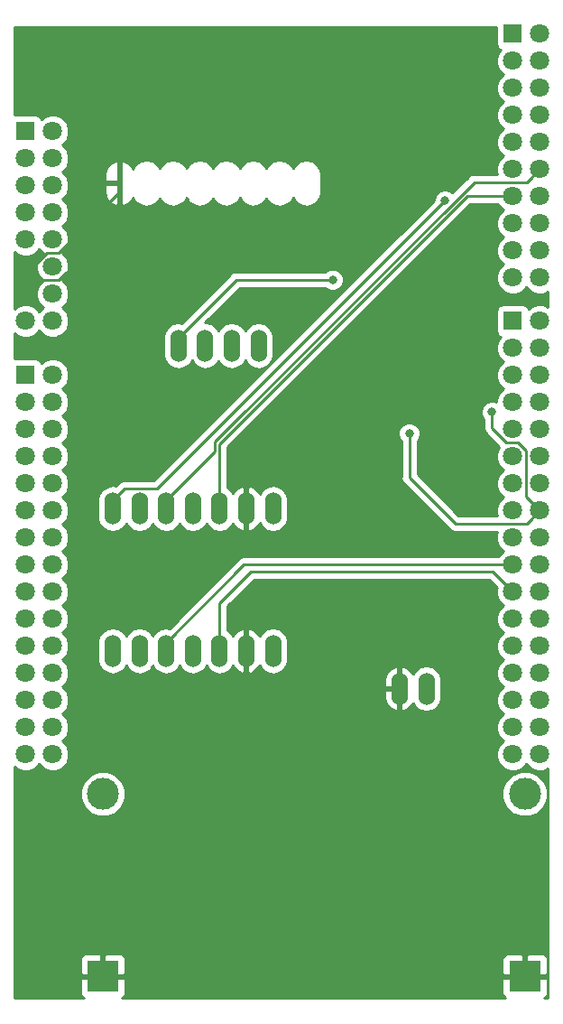
<source format=gbr>
G04 #@! TF.GenerationSoftware,KiCad,Pcbnew,(5.0.0-rc2-dev-406-g05dae9627)*
G04 #@! TF.CreationDate,2018-06-28T11:49:25+02:00*
G04 #@! TF.ProjectId,Nucleo-F746,4E75636C656F2D463734362E6B696361,rev?*
G04 #@! TF.SameCoordinates,Original*
G04 #@! TF.FileFunction,Copper,L2,Bot,Signal*
G04 #@! TF.FilePolarity,Positive*
%FSLAX46Y46*%
G04 Gerber Fmt 4.6, Leading zero omitted, Abs format (unit mm)*
G04 Created by KiCad (PCBNEW (5.0.0-rc2-dev-406-g05dae9627)) date 06/28/18 11:49:25*
%MOMM*%
%LPD*%
G01*
G04 APERTURE LIST*
%ADD10R,1.600000X1.600000*%
%ADD11O,1.600000X1.600000*%
%ADD12C,0.700000*%
%ADD13O,1.524000X3.048000*%
%ADD14R,3.000000X3.000000*%
%ADD15C,3.000000*%
%ADD16R,1.800000X1.800000*%
%ADD17C,1.800000*%
%ADD18C,0.800000*%
%ADD19C,0.250000*%
%ADD20C,0.254000*%
G04 APERTURE END LIST*
D10*
X135800000Y-67500000D03*
D11*
X118020000Y-80200000D03*
X133260000Y-67500000D03*
X120560000Y-80200000D03*
X130720000Y-67500000D03*
X123100000Y-80200000D03*
X128180000Y-67500000D03*
X125640000Y-80200000D03*
X125640000Y-67500000D03*
X128180000Y-80200000D03*
X123100000Y-67500000D03*
X130720000Y-80200000D03*
X120560000Y-67500000D03*
X133260000Y-80200000D03*
X118020000Y-67500000D03*
X135800000Y-80200000D03*
D12*
X119000000Y-64600000D03*
X130700000Y-60300000D03*
X126600000Y-60500000D03*
X118500000Y-60500000D03*
X111800000Y-60500000D03*
X115800000Y-93600000D03*
X117300000Y-109600000D03*
X143300000Y-107100000D03*
X136800000Y-101800000D03*
X139900000Y-101800000D03*
X149700000Y-122300000D03*
X146100000Y-130400000D03*
X137700000Y-119800000D03*
X118500000Y-121700000D03*
X129000000Y-121900000D03*
X134000000Y-125900000D03*
X122300000Y-125900000D03*
X119300000Y-134400000D03*
X126400000Y-134800000D03*
X132400000Y-135100000D03*
X141300000Y-145600000D03*
X136800000Y-145700000D03*
X131300000Y-145700000D03*
X127800000Y-145700000D03*
X114300000Y-86200000D03*
X146200000Y-61450000D03*
X144300000Y-66750000D03*
X125650000Y-80850000D03*
X138250000Y-94150000D03*
D13*
X131468400Y-103340000D03*
X126464600Y-103340000D03*
X123950000Y-103340000D03*
X121435400Y-103340000D03*
X128953800Y-103340000D03*
X118946200Y-103340000D03*
X116431600Y-103340000D03*
X122590800Y-88090000D03*
X125105400Y-88090000D03*
X127594600Y-88090000D03*
X130109200Y-88090000D03*
X116431600Y-116690000D03*
X118946200Y-116690000D03*
X128953800Y-116690000D03*
X121435400Y-116690000D03*
X123950000Y-116690000D03*
X126464600Y-116690000D03*
X131468400Y-116690000D03*
X143344600Y-120240000D03*
X145859200Y-120240000D03*
D14*
X115500000Y-147200000D03*
X155100000Y-147200000D03*
D15*
X115500000Y-130100000D03*
X155100000Y-130100000D03*
D16*
X108251100Y-67983600D03*
D17*
X108251100Y-70523600D03*
X108251100Y-73063600D03*
X108251100Y-75603600D03*
X108251100Y-78143600D03*
X108251100Y-80683600D03*
X108251100Y-83223600D03*
X108251100Y-85763600D03*
X110791100Y-67983600D03*
X110791100Y-70523600D03*
X110791100Y-73063600D03*
X110791100Y-75603600D03*
X110791100Y-78143600D03*
X110791100Y-80683600D03*
X110791100Y-83223600D03*
X110791100Y-85763600D03*
D16*
X108251100Y-90843600D03*
D17*
X108251100Y-93383600D03*
X108251100Y-95923600D03*
X108251100Y-98463600D03*
X108251100Y-101003600D03*
X108251100Y-103543600D03*
X108251100Y-106083600D03*
X108251100Y-108623600D03*
X108251100Y-111163600D03*
X108251100Y-113703600D03*
X108251100Y-116243600D03*
X108251100Y-118783600D03*
X108251100Y-121323600D03*
X108251100Y-123863600D03*
X108251100Y-126403600D03*
X110791100Y-90843600D03*
X110791100Y-93383600D03*
X110791100Y-95923600D03*
X110791100Y-98463600D03*
X110791100Y-101003600D03*
X110791100Y-103543600D03*
X110791100Y-106083600D03*
X110791100Y-108623600D03*
X110791100Y-111163600D03*
X110791100Y-113703600D03*
X110791100Y-116243600D03*
X110791100Y-118783600D03*
X110791100Y-121323600D03*
X110791100Y-123863600D03*
X110791100Y-126403600D03*
D16*
X153971100Y-85763600D03*
D17*
X153971100Y-88303600D03*
X153971100Y-90843600D03*
X153971100Y-93383600D03*
X153971100Y-95923600D03*
X153971100Y-98463600D03*
X153971100Y-101003600D03*
X153971100Y-103543600D03*
X153971100Y-106083600D03*
X153971100Y-108623600D03*
X153971100Y-111163600D03*
X153971100Y-113703600D03*
X153971100Y-116243600D03*
X153971100Y-118783600D03*
X153971100Y-121323600D03*
X153971100Y-123863600D03*
X153971100Y-126403600D03*
X156511100Y-85763600D03*
X156511100Y-88303600D03*
X156511100Y-90843600D03*
X156511100Y-93383600D03*
X156511100Y-95923600D03*
X156511100Y-98463600D03*
X156511100Y-101003600D03*
X156511100Y-103543600D03*
X156511100Y-106083600D03*
X156511100Y-108623600D03*
X156511100Y-111163600D03*
X156511100Y-113703600D03*
X156511100Y-116243600D03*
X156511100Y-118783600D03*
X156511100Y-121323600D03*
X156511100Y-123863600D03*
X156511100Y-126403600D03*
D16*
X153971100Y-58839600D03*
D17*
X153971100Y-61379600D03*
X153971100Y-63919600D03*
X153971100Y-66459600D03*
X153971100Y-68999600D03*
X153971100Y-71539600D03*
X153971100Y-74079600D03*
X153971100Y-76619600D03*
X153971100Y-79159600D03*
X153971100Y-81699600D03*
X156511100Y-58839600D03*
X156511100Y-61379600D03*
X156511100Y-63919600D03*
X156511100Y-66459600D03*
X156511100Y-68999600D03*
X156511100Y-71539600D03*
X156511100Y-74079600D03*
X156511100Y-76619600D03*
X156511100Y-79159600D03*
X156511100Y-81699600D03*
D12*
X148450000Y-85250000D03*
D18*
X152000000Y-94300000D03*
X144250000Y-96300000D03*
X147594135Y-74494135D03*
X137050000Y-81900000D03*
D19*
X153382916Y-97148601D02*
X152000000Y-95765685D01*
X154469103Y-97148601D02*
X153382916Y-97148601D01*
X156511100Y-103543600D02*
X155196101Y-102228601D01*
X155196101Y-102228601D02*
X155196101Y-97875599D01*
X155196101Y-97875599D02*
X154469103Y-97148601D01*
X152000000Y-94865685D02*
X152000000Y-94300000D01*
X152000000Y-95765685D02*
X152000000Y-94865685D01*
X144250000Y-100450000D02*
X148568601Y-104768601D01*
X148568601Y-104768601D02*
X155286099Y-104768601D01*
X155286099Y-104768601D02*
X155611101Y-104443599D01*
X155611101Y-104443599D02*
X156511100Y-103543600D01*
X144250000Y-96300000D02*
X144250000Y-100450000D01*
X108251100Y-83223600D02*
X109566099Y-81908601D01*
X109566099Y-81908601D02*
X111379101Y-81908601D01*
X111379101Y-81908601D02*
X117074000Y-76213702D01*
X108251100Y-80683600D02*
X108978098Y-80683600D01*
X108978098Y-80683600D02*
X110293097Y-79368601D01*
X110293097Y-79368601D02*
X111317399Y-79368601D01*
X117074000Y-76213702D02*
X117074000Y-74624000D01*
X111317399Y-79368601D02*
X117074000Y-73612000D01*
X117074000Y-73612000D02*
X117074000Y-72850000D01*
X117074000Y-74624000D02*
X117074000Y-72850000D01*
X126464600Y-97285400D02*
X149670400Y-74079600D01*
X149670400Y-74079600D02*
X153971100Y-74079600D01*
X126464600Y-103340000D02*
X126464600Y-97285400D01*
X121435400Y-102578000D02*
X126014589Y-97998811D01*
X155286099Y-72764601D02*
X155611101Y-72439599D01*
X121435400Y-103340000D02*
X121435400Y-102578000D01*
X126014589Y-97099000D02*
X150348988Y-72764601D01*
X150348988Y-72764601D02*
X155286099Y-72764601D01*
X126014589Y-97998811D02*
X126014589Y-97099000D01*
X155611101Y-72439599D02*
X156511100Y-71539600D01*
X116431600Y-103340000D02*
X116431600Y-102578000D01*
X116431600Y-102578000D02*
X117518610Y-101490990D01*
X147194136Y-74894134D02*
X147594135Y-74494135D01*
X120597280Y-101490990D02*
X147194136Y-74894134D01*
X117518610Y-101490990D02*
X120597280Y-101490990D01*
X137050000Y-81900000D02*
X128018800Y-81900000D01*
X128018800Y-81900000D02*
X122590800Y-87328000D01*
X122590800Y-87328000D02*
X122590800Y-88090000D01*
X153971100Y-108623600D02*
X128739800Y-108623600D01*
X128739800Y-108623600D02*
X121435400Y-115928000D01*
X121435400Y-115928000D02*
X121435400Y-116690000D01*
X152057500Y-109250000D02*
X129400000Y-109250000D01*
X153971100Y-111163600D02*
X152057500Y-109250000D01*
X129400000Y-109250000D02*
X126464600Y-112185400D01*
X126464600Y-112185400D02*
X126464600Y-116690000D01*
D20*
G36*
X152423660Y-59739600D02*
X152472943Y-59987365D01*
X152613291Y-60197409D01*
X152823335Y-60337757D01*
X152839008Y-60340875D01*
X152669790Y-60510093D01*
X152436100Y-61074270D01*
X152436100Y-61684930D01*
X152669790Y-62249107D01*
X153070283Y-62649600D01*
X152669790Y-63050093D01*
X152436100Y-63614270D01*
X152436100Y-64224930D01*
X152669790Y-64789107D01*
X153070283Y-65189600D01*
X152669790Y-65590093D01*
X152436100Y-66154270D01*
X152436100Y-66764930D01*
X152669790Y-67329107D01*
X153070283Y-67729600D01*
X152669790Y-68130093D01*
X152436100Y-68694270D01*
X152436100Y-69304930D01*
X152669790Y-69869107D01*
X153070283Y-70269600D01*
X152669790Y-70670093D01*
X152436100Y-71234270D01*
X152436100Y-71844930D01*
X152502238Y-72004601D01*
X150423834Y-72004601D01*
X150348987Y-71989713D01*
X150274140Y-72004601D01*
X150274136Y-72004601D01*
X150052451Y-72048697D01*
X149801059Y-72216672D01*
X149758659Y-72280128D01*
X148301249Y-73737538D01*
X148180415Y-73616704D01*
X147800009Y-73459135D01*
X147388261Y-73459135D01*
X147007855Y-73616704D01*
X146716704Y-73907855D01*
X146559135Y-74288261D01*
X146559135Y-74454332D01*
X120282479Y-100730990D01*
X117593456Y-100730990D01*
X117518609Y-100716102D01*
X117443762Y-100730990D01*
X117443758Y-100730990D01*
X117222073Y-100775086D01*
X116970681Y-100943061D01*
X116928281Y-101006517D01*
X116723169Y-101211629D01*
X116431600Y-101153632D01*
X115886518Y-101262056D01*
X115424420Y-101570821D01*
X115115656Y-102032919D01*
X115034600Y-102440413D01*
X115034600Y-104239588D01*
X115115657Y-104647082D01*
X115424421Y-105109180D01*
X115886519Y-105417944D01*
X116431600Y-105526368D01*
X116976682Y-105417944D01*
X117438780Y-105109180D01*
X117688901Y-104734848D01*
X117939021Y-105109180D01*
X118401119Y-105417944D01*
X118946200Y-105526368D01*
X119491282Y-105417944D01*
X119953380Y-105109180D01*
X120190801Y-104753855D01*
X120428221Y-105109180D01*
X120890319Y-105417944D01*
X121435400Y-105526368D01*
X121980482Y-105417944D01*
X122442580Y-105109180D01*
X122692701Y-104734848D01*
X122942821Y-105109180D01*
X123404919Y-105417944D01*
X123950000Y-105526368D01*
X124495082Y-105417944D01*
X124957180Y-105109180D01*
X125207301Y-104734848D01*
X125457421Y-105109180D01*
X125919519Y-105417944D01*
X126464600Y-105526368D01*
X127009682Y-105417944D01*
X127471780Y-105109180D01*
X127710945Y-104751244D01*
X127711741Y-104753941D01*
X128055774Y-105179630D01*
X128536523Y-105441260D01*
X128610730Y-105456220D01*
X128826800Y-105333720D01*
X128826800Y-103467000D01*
X128806800Y-103467000D01*
X128806800Y-103213000D01*
X128826800Y-103213000D01*
X128826800Y-101346280D01*
X129080800Y-101346280D01*
X129080800Y-103213000D01*
X129100800Y-103213000D01*
X129100800Y-103467000D01*
X129080800Y-103467000D01*
X129080800Y-105333720D01*
X129296870Y-105456220D01*
X129371077Y-105441260D01*
X129851826Y-105179630D01*
X130195859Y-104753941D01*
X130204438Y-104724877D01*
X130461221Y-105109180D01*
X130923319Y-105417944D01*
X131468400Y-105526368D01*
X132013482Y-105417944D01*
X132475580Y-105109180D01*
X132784344Y-104647082D01*
X132865400Y-104239588D01*
X132865400Y-102440412D01*
X132784344Y-102032918D01*
X132475579Y-101570820D01*
X132013481Y-101262056D01*
X131468400Y-101153632D01*
X130923318Y-101262056D01*
X130461220Y-101570821D01*
X130204438Y-101955123D01*
X130195859Y-101926059D01*
X129851826Y-101500370D01*
X129371077Y-101238740D01*
X129296870Y-101223780D01*
X129080800Y-101346280D01*
X128826800Y-101346280D01*
X128610730Y-101223780D01*
X128536523Y-101238740D01*
X128055774Y-101500370D01*
X127711741Y-101926059D01*
X127710945Y-101928756D01*
X127471779Y-101570820D01*
X127224600Y-101405660D01*
X127224600Y-97600201D01*
X149985202Y-74839600D01*
X152624431Y-74839600D01*
X152669790Y-74949107D01*
X153070283Y-75349600D01*
X152669790Y-75750093D01*
X152436100Y-76314270D01*
X152436100Y-76924930D01*
X152669790Y-77489107D01*
X153070283Y-77889600D01*
X152669790Y-78290093D01*
X152436100Y-78854270D01*
X152436100Y-79464930D01*
X152669790Y-80029107D01*
X153070283Y-80429600D01*
X152669790Y-80830093D01*
X152436100Y-81394270D01*
X152436100Y-82004930D01*
X152669790Y-82569107D01*
X153101593Y-83000910D01*
X153665770Y-83234600D01*
X154276430Y-83234600D01*
X154840607Y-83000910D01*
X155241100Y-82600417D01*
X155641593Y-83000910D01*
X156205770Y-83234600D01*
X156816430Y-83234600D01*
X157265001Y-83048796D01*
X157265001Y-84414404D01*
X156816430Y-84228600D01*
X156205770Y-84228600D01*
X155641593Y-84462290D01*
X155472375Y-84631508D01*
X155469257Y-84615835D01*
X155328909Y-84405791D01*
X155118865Y-84265443D01*
X154871100Y-84216160D01*
X153071100Y-84216160D01*
X152823335Y-84265443D01*
X152613291Y-84405791D01*
X152472943Y-84615835D01*
X152423660Y-84863600D01*
X152423660Y-86663600D01*
X152472943Y-86911365D01*
X152613291Y-87121409D01*
X152823335Y-87261757D01*
X152839008Y-87264875D01*
X152669790Y-87434093D01*
X152436100Y-87998270D01*
X152436100Y-88608930D01*
X152669790Y-89173107D01*
X153070283Y-89573600D01*
X152669790Y-89974093D01*
X152436100Y-90538270D01*
X152436100Y-91148930D01*
X152669790Y-91713107D01*
X153070283Y-92113600D01*
X152669790Y-92514093D01*
X152436100Y-93078270D01*
X152436100Y-93360363D01*
X152205874Y-93265000D01*
X151794126Y-93265000D01*
X151413720Y-93422569D01*
X151122569Y-93713720D01*
X150965000Y-94094126D01*
X150965000Y-94505874D01*
X151122569Y-94886280D01*
X151240001Y-95003712D01*
X151240000Y-95690837D01*
X151225112Y-95765685D01*
X151240000Y-95840532D01*
X151240000Y-95840536D01*
X151284096Y-96062221D01*
X151452071Y-96313614D01*
X151515530Y-96356016D01*
X152711698Y-97552185D01*
X152669790Y-97594093D01*
X152436100Y-98158270D01*
X152436100Y-98768930D01*
X152669790Y-99333107D01*
X153070283Y-99733600D01*
X152669790Y-100134093D01*
X152436100Y-100698270D01*
X152436100Y-101308930D01*
X152669790Y-101873107D01*
X153070283Y-102273600D01*
X152669790Y-102674093D01*
X152436100Y-103238270D01*
X152436100Y-103848930D01*
X152502238Y-104008601D01*
X148883403Y-104008601D01*
X145010000Y-100135199D01*
X145010000Y-97003711D01*
X145127431Y-96886280D01*
X145285000Y-96505874D01*
X145285000Y-96094126D01*
X145127431Y-95713720D01*
X144836280Y-95422569D01*
X144455874Y-95265000D01*
X144044126Y-95265000D01*
X143663720Y-95422569D01*
X143372569Y-95713720D01*
X143215000Y-96094126D01*
X143215000Y-96505874D01*
X143372569Y-96886280D01*
X143490000Y-97003711D01*
X143490001Y-100375148D01*
X143475112Y-100450000D01*
X143534097Y-100746537D01*
X143637080Y-100900661D01*
X143702072Y-100997929D01*
X143765528Y-101040329D01*
X147978272Y-105253074D01*
X148020672Y-105316530D01*
X148272064Y-105484505D01*
X148493749Y-105528601D01*
X148493753Y-105528601D01*
X148568600Y-105543489D01*
X148643447Y-105528601D01*
X152539516Y-105528601D01*
X152436100Y-105778270D01*
X152436100Y-106388930D01*
X152669790Y-106953107D01*
X153070283Y-107353600D01*
X152669790Y-107754093D01*
X152624431Y-107863600D01*
X128814648Y-107863600D01*
X128739800Y-107848712D01*
X128664952Y-107863600D01*
X128664948Y-107863600D01*
X128443263Y-107907696D01*
X128191871Y-108075671D01*
X128149471Y-108139127D01*
X121726970Y-114561629D01*
X121435400Y-114503632D01*
X120890318Y-114612056D01*
X120428220Y-114920821D01*
X120190800Y-115276145D01*
X119953379Y-114920820D01*
X119491281Y-114612056D01*
X118946200Y-114503632D01*
X118401118Y-114612056D01*
X117939020Y-114920821D01*
X117688900Y-115295152D01*
X117438779Y-114920820D01*
X116976681Y-114612056D01*
X116431600Y-114503632D01*
X115886518Y-114612056D01*
X115424420Y-114920821D01*
X115115656Y-115382919D01*
X115034600Y-115790413D01*
X115034600Y-117589588D01*
X115115657Y-117997082D01*
X115424421Y-118459180D01*
X115886519Y-118767944D01*
X116431600Y-118876368D01*
X116976682Y-118767944D01*
X117438780Y-118459180D01*
X117688900Y-118084848D01*
X117939021Y-118459180D01*
X118401119Y-118767944D01*
X118946200Y-118876368D01*
X119491282Y-118767944D01*
X119953380Y-118459180D01*
X120190800Y-118103855D01*
X120428221Y-118459180D01*
X120890319Y-118767944D01*
X121435400Y-118876368D01*
X121980482Y-118767944D01*
X122442580Y-118459180D01*
X122692700Y-118084848D01*
X122942821Y-118459180D01*
X123404919Y-118767944D01*
X123950000Y-118876368D01*
X124495082Y-118767944D01*
X124957180Y-118459180D01*
X125207300Y-118084848D01*
X125457421Y-118459180D01*
X125919519Y-118767944D01*
X126464600Y-118876368D01*
X127009682Y-118767944D01*
X127471780Y-118459180D01*
X127710945Y-118101244D01*
X127711741Y-118103941D01*
X128055774Y-118529630D01*
X128536523Y-118791260D01*
X128610730Y-118806220D01*
X128826800Y-118683720D01*
X128826800Y-116817000D01*
X128806800Y-116817000D01*
X128806800Y-116563000D01*
X128826800Y-116563000D01*
X128826800Y-114696280D01*
X129080800Y-114696280D01*
X129080800Y-116563000D01*
X129100800Y-116563000D01*
X129100800Y-116817000D01*
X129080800Y-116817000D01*
X129080800Y-118683720D01*
X129296870Y-118806220D01*
X129371077Y-118791260D01*
X129851826Y-118529630D01*
X130195859Y-118103941D01*
X130204438Y-118074877D01*
X130461221Y-118459180D01*
X130923319Y-118767944D01*
X131468400Y-118876368D01*
X132013482Y-118767944D01*
X132475580Y-118459180D01*
X132784344Y-117997082D01*
X132865400Y-117589588D01*
X132865400Y-115790412D01*
X132784344Y-115382918D01*
X132475579Y-114920820D01*
X132013481Y-114612056D01*
X131468400Y-114503632D01*
X130923318Y-114612056D01*
X130461220Y-114920821D01*
X130204438Y-115305123D01*
X130195859Y-115276059D01*
X129851826Y-114850370D01*
X129371077Y-114588740D01*
X129296870Y-114573780D01*
X129080800Y-114696280D01*
X128826800Y-114696280D01*
X128610730Y-114573780D01*
X128536523Y-114588740D01*
X128055774Y-114850370D01*
X127711741Y-115276059D01*
X127710945Y-115278756D01*
X127471779Y-114920820D01*
X127224600Y-114755660D01*
X127224600Y-112500201D01*
X129714803Y-110010000D01*
X151742699Y-110010000D01*
X152481460Y-110748761D01*
X152436100Y-110858270D01*
X152436100Y-111468930D01*
X152669790Y-112033107D01*
X153070283Y-112433600D01*
X152669790Y-112834093D01*
X152436100Y-113398270D01*
X152436100Y-114008930D01*
X152669790Y-114573107D01*
X153070283Y-114973600D01*
X152669790Y-115374093D01*
X152436100Y-115938270D01*
X152436100Y-116548930D01*
X152669790Y-117113107D01*
X153070283Y-117513600D01*
X152669790Y-117914093D01*
X152436100Y-118478270D01*
X152436100Y-119088930D01*
X152669790Y-119653107D01*
X153070283Y-120053600D01*
X152669790Y-120454093D01*
X152436100Y-121018270D01*
X152436100Y-121628930D01*
X152669790Y-122193107D01*
X153070283Y-122593600D01*
X152669790Y-122994093D01*
X152436100Y-123558270D01*
X152436100Y-124168930D01*
X152669790Y-124733107D01*
X153070283Y-125133600D01*
X152669790Y-125534093D01*
X152436100Y-126098270D01*
X152436100Y-126708930D01*
X152669790Y-127273107D01*
X153101593Y-127704910D01*
X153665770Y-127938600D01*
X154276430Y-127938600D01*
X154840607Y-127704910D01*
X155241100Y-127304417D01*
X155641593Y-127704910D01*
X156205770Y-127938600D01*
X156816430Y-127938600D01*
X157265000Y-127752796D01*
X157265000Y-149265000D01*
X156895304Y-149265000D01*
X156959698Y-149238327D01*
X157138327Y-149059699D01*
X157235000Y-148826310D01*
X157235000Y-147485750D01*
X157076250Y-147327000D01*
X155227000Y-147327000D01*
X155227000Y-147347000D01*
X154973000Y-147347000D01*
X154973000Y-147327000D01*
X153123750Y-147327000D01*
X152965000Y-147485750D01*
X152965000Y-148826310D01*
X153061673Y-149059699D01*
X153240302Y-149238327D01*
X153304696Y-149265000D01*
X117295304Y-149265000D01*
X117359698Y-149238327D01*
X117538327Y-149059699D01*
X117635000Y-148826310D01*
X117635000Y-147485750D01*
X117476250Y-147327000D01*
X115627000Y-147327000D01*
X115627000Y-147347000D01*
X115373000Y-147347000D01*
X115373000Y-147327000D01*
X113523750Y-147327000D01*
X113365000Y-147485750D01*
X113365000Y-148826310D01*
X113461673Y-149059699D01*
X113640302Y-149238327D01*
X113704696Y-149265000D01*
X107235000Y-149265000D01*
X107235000Y-145573690D01*
X113365000Y-145573690D01*
X113365000Y-146914250D01*
X113523750Y-147073000D01*
X115373000Y-147073000D01*
X115373000Y-145223750D01*
X115627000Y-145223750D01*
X115627000Y-147073000D01*
X117476250Y-147073000D01*
X117635000Y-146914250D01*
X117635000Y-145573690D01*
X152965000Y-145573690D01*
X152965000Y-146914250D01*
X153123750Y-147073000D01*
X154973000Y-147073000D01*
X154973000Y-145223750D01*
X155227000Y-145223750D01*
X155227000Y-147073000D01*
X157076250Y-147073000D01*
X157235000Y-146914250D01*
X157235000Y-145573690D01*
X157138327Y-145340301D01*
X156959698Y-145161673D01*
X156726309Y-145065000D01*
X155385750Y-145065000D01*
X155227000Y-145223750D01*
X154973000Y-145223750D01*
X154814250Y-145065000D01*
X153473691Y-145065000D01*
X153240302Y-145161673D01*
X153061673Y-145340301D01*
X152965000Y-145573690D01*
X117635000Y-145573690D01*
X117538327Y-145340301D01*
X117359698Y-145161673D01*
X117126309Y-145065000D01*
X115785750Y-145065000D01*
X115627000Y-145223750D01*
X115373000Y-145223750D01*
X115214250Y-145065000D01*
X113873691Y-145065000D01*
X113640302Y-145161673D01*
X113461673Y-145340301D01*
X113365000Y-145573690D01*
X107235000Y-145573690D01*
X107235000Y-129675322D01*
X113365000Y-129675322D01*
X113365000Y-130524678D01*
X113690034Y-131309380D01*
X114290620Y-131909966D01*
X115075322Y-132235000D01*
X115924678Y-132235000D01*
X116709380Y-131909966D01*
X117309966Y-131309380D01*
X117635000Y-130524678D01*
X117635000Y-129675322D01*
X152965000Y-129675322D01*
X152965000Y-130524678D01*
X153290034Y-131309380D01*
X153890620Y-131909966D01*
X154675322Y-132235000D01*
X155524678Y-132235000D01*
X156309380Y-131909966D01*
X156909966Y-131309380D01*
X157235000Y-130524678D01*
X157235000Y-129675322D01*
X156909966Y-128890620D01*
X156309380Y-128290034D01*
X155524678Y-127965000D01*
X154675322Y-127965000D01*
X153890620Y-128290034D01*
X153290034Y-128890620D01*
X152965000Y-129675322D01*
X117635000Y-129675322D01*
X117309966Y-128890620D01*
X116709380Y-128290034D01*
X115924678Y-127965000D01*
X115075322Y-127965000D01*
X114290620Y-128290034D01*
X113690034Y-128890620D01*
X113365000Y-129675322D01*
X107235000Y-129675322D01*
X107235000Y-127558317D01*
X107381593Y-127704910D01*
X107945770Y-127938600D01*
X108556430Y-127938600D01*
X109120607Y-127704910D01*
X109521100Y-127304417D01*
X109921593Y-127704910D01*
X110485770Y-127938600D01*
X111096430Y-127938600D01*
X111660607Y-127704910D01*
X112092410Y-127273107D01*
X112326100Y-126708930D01*
X112326100Y-126098270D01*
X112092410Y-125534093D01*
X111691917Y-125133600D01*
X112092410Y-124733107D01*
X112326100Y-124168930D01*
X112326100Y-123558270D01*
X112092410Y-122994093D01*
X111691917Y-122593600D01*
X112092410Y-122193107D01*
X112326100Y-121628930D01*
X112326100Y-121018270D01*
X112092410Y-120454093D01*
X112005317Y-120367000D01*
X141947600Y-120367000D01*
X141947600Y-121129000D01*
X142102541Y-121653941D01*
X142446574Y-122079630D01*
X142927323Y-122341260D01*
X143001530Y-122356220D01*
X143217600Y-122233720D01*
X143217600Y-120367000D01*
X141947600Y-120367000D01*
X112005317Y-120367000D01*
X111691917Y-120053600D01*
X112092410Y-119653107D01*
X112217546Y-119351000D01*
X141947600Y-119351000D01*
X141947600Y-120113000D01*
X143217600Y-120113000D01*
X143217600Y-118246280D01*
X143471600Y-118246280D01*
X143471600Y-120113000D01*
X143491600Y-120113000D01*
X143491600Y-120367000D01*
X143471600Y-120367000D01*
X143471600Y-122233720D01*
X143687670Y-122356220D01*
X143761877Y-122341260D01*
X144242626Y-122079630D01*
X144586659Y-121653941D01*
X144595238Y-121624877D01*
X144852021Y-122009180D01*
X145314119Y-122317944D01*
X145859200Y-122426368D01*
X146404282Y-122317944D01*
X146866380Y-122009180D01*
X147175144Y-121547082D01*
X147256200Y-121139588D01*
X147256200Y-119340412D01*
X147175144Y-118932918D01*
X146866379Y-118470820D01*
X146404281Y-118162056D01*
X145859200Y-118053632D01*
X145314118Y-118162056D01*
X144852020Y-118470821D01*
X144595238Y-118855123D01*
X144586659Y-118826059D01*
X144242626Y-118400370D01*
X143761877Y-118138740D01*
X143687670Y-118123780D01*
X143471600Y-118246280D01*
X143217600Y-118246280D01*
X143001530Y-118123780D01*
X142927323Y-118138740D01*
X142446574Y-118400370D01*
X142102541Y-118826059D01*
X141947600Y-119351000D01*
X112217546Y-119351000D01*
X112326100Y-119088930D01*
X112326100Y-118478270D01*
X112092410Y-117914093D01*
X111691917Y-117513600D01*
X112092410Y-117113107D01*
X112326100Y-116548930D01*
X112326100Y-115938270D01*
X112092410Y-115374093D01*
X111691917Y-114973600D01*
X112092410Y-114573107D01*
X112326100Y-114008930D01*
X112326100Y-113398270D01*
X112092410Y-112834093D01*
X111691917Y-112433600D01*
X112092410Y-112033107D01*
X112326100Y-111468930D01*
X112326100Y-110858270D01*
X112092410Y-110294093D01*
X111691917Y-109893600D01*
X112092410Y-109493107D01*
X112326100Y-108928930D01*
X112326100Y-108318270D01*
X112092410Y-107754093D01*
X111691917Y-107353600D01*
X112092410Y-106953107D01*
X112326100Y-106388930D01*
X112326100Y-105778270D01*
X112092410Y-105214093D01*
X111691917Y-104813600D01*
X112092410Y-104413107D01*
X112326100Y-103848930D01*
X112326100Y-103238270D01*
X112092410Y-102674093D01*
X111691917Y-102273600D01*
X112092410Y-101873107D01*
X112326100Y-101308930D01*
X112326100Y-100698270D01*
X112092410Y-100134093D01*
X111691917Y-99733600D01*
X112092410Y-99333107D01*
X112326100Y-98768930D01*
X112326100Y-98158270D01*
X112092410Y-97594093D01*
X111691917Y-97193600D01*
X112092410Y-96793107D01*
X112326100Y-96228930D01*
X112326100Y-95618270D01*
X112092410Y-95054093D01*
X111691917Y-94653600D01*
X112092410Y-94253107D01*
X112326100Y-93688930D01*
X112326100Y-93078270D01*
X112092410Y-92514093D01*
X111691917Y-92113600D01*
X112092410Y-91713107D01*
X112326100Y-91148930D01*
X112326100Y-90538270D01*
X112092410Y-89974093D01*
X111660607Y-89542290D01*
X111096430Y-89308600D01*
X110485770Y-89308600D01*
X109921593Y-89542290D01*
X109752375Y-89711508D01*
X109749257Y-89695835D01*
X109608909Y-89485791D01*
X109398865Y-89345443D01*
X109151100Y-89296160D01*
X107351100Y-89296160D01*
X107235000Y-89319253D01*
X107235000Y-86918317D01*
X107381593Y-87064910D01*
X107945770Y-87298600D01*
X108556430Y-87298600D01*
X109120607Y-87064910D01*
X109521100Y-86664417D01*
X109921593Y-87064910D01*
X110485770Y-87298600D01*
X111096430Y-87298600D01*
X111357616Y-87190413D01*
X121193800Y-87190413D01*
X121193800Y-88989588D01*
X121274857Y-89397082D01*
X121583621Y-89859180D01*
X122045719Y-90167944D01*
X122590800Y-90276368D01*
X123135882Y-90167944D01*
X123597980Y-89859180D01*
X123848100Y-89484848D01*
X124098221Y-89859180D01*
X124560319Y-90167944D01*
X125105400Y-90276368D01*
X125650482Y-90167944D01*
X126112580Y-89859180D01*
X126350001Y-89503855D01*
X126587421Y-89859180D01*
X127049519Y-90167944D01*
X127594600Y-90276368D01*
X128139682Y-90167944D01*
X128601780Y-89859180D01*
X128851901Y-89484848D01*
X129102021Y-89859180D01*
X129564119Y-90167944D01*
X130109200Y-90276368D01*
X130654282Y-90167944D01*
X131116380Y-89859180D01*
X131425144Y-89397082D01*
X131506200Y-88989588D01*
X131506200Y-87190412D01*
X131425144Y-86782918D01*
X131116379Y-86320820D01*
X130654281Y-86012056D01*
X130109200Y-85903632D01*
X129564118Y-86012056D01*
X129102020Y-86320821D01*
X128851900Y-86695152D01*
X128601779Y-86320820D01*
X128139681Y-86012056D01*
X127594600Y-85903632D01*
X127049518Y-86012056D01*
X126587420Y-86320821D01*
X126350000Y-86676145D01*
X126112579Y-86320820D01*
X125650481Y-86012056D01*
X125105400Y-85903632D01*
X125086138Y-85907463D01*
X128333602Y-82660000D01*
X136346289Y-82660000D01*
X136463720Y-82777431D01*
X136844126Y-82935000D01*
X137255874Y-82935000D01*
X137636280Y-82777431D01*
X137927431Y-82486280D01*
X138085000Y-82105874D01*
X138085000Y-81694126D01*
X137927431Y-81313720D01*
X137636280Y-81022569D01*
X137255874Y-80865000D01*
X136844126Y-80865000D01*
X136463720Y-81022569D01*
X136346289Y-81140000D01*
X128093646Y-81140000D01*
X128018799Y-81125112D01*
X127943952Y-81140000D01*
X127943948Y-81140000D01*
X127722263Y-81184096D01*
X127470871Y-81352071D01*
X127428471Y-81415527D01*
X122882370Y-85961629D01*
X122590800Y-85903632D01*
X122045718Y-86012056D01*
X121583620Y-86320821D01*
X121274856Y-86782919D01*
X121193800Y-87190413D01*
X111357616Y-87190413D01*
X111660607Y-87064910D01*
X112092410Y-86633107D01*
X112326100Y-86068930D01*
X112326100Y-85458270D01*
X112092410Y-84894093D01*
X111691917Y-84493600D01*
X112092410Y-84093107D01*
X112326100Y-83528930D01*
X112326100Y-82918270D01*
X112092410Y-82354093D01*
X111691917Y-81953600D01*
X112092410Y-81553107D01*
X112326100Y-80988930D01*
X112326100Y-80378270D01*
X112092410Y-79814093D01*
X111691917Y-79413600D01*
X112092410Y-79013107D01*
X112326100Y-78448930D01*
X112326100Y-77838270D01*
X112092410Y-77274093D01*
X111691917Y-76873600D01*
X112092410Y-76473107D01*
X112326100Y-75908930D01*
X112326100Y-75298270D01*
X112092410Y-74734093D01*
X111691917Y-74333600D01*
X112092410Y-73933107D01*
X112326100Y-73368930D01*
X112326100Y-72977000D01*
X115677000Y-72977000D01*
X115677000Y-73739000D01*
X115831941Y-74263941D01*
X116175974Y-74689630D01*
X116656723Y-74951260D01*
X116730930Y-74966220D01*
X116947000Y-74843720D01*
X116947000Y-72977000D01*
X115677000Y-72977000D01*
X112326100Y-72977000D01*
X112326100Y-72758270D01*
X112092410Y-72194093D01*
X111859317Y-71961000D01*
X115677000Y-71961000D01*
X115677000Y-72723000D01*
X116947000Y-72723000D01*
X116947000Y-70856280D01*
X117201000Y-70856280D01*
X117201000Y-72723000D01*
X117221000Y-72723000D01*
X117221000Y-72977000D01*
X117201000Y-72977000D01*
X117201000Y-74843720D01*
X117417070Y-74966220D01*
X117491277Y-74951260D01*
X117972026Y-74689630D01*
X118316059Y-74263941D01*
X118324638Y-74234877D01*
X118581421Y-74619180D01*
X119043519Y-74927944D01*
X119588600Y-75036368D01*
X120133682Y-74927944D01*
X120595780Y-74619180D01*
X120833201Y-74263855D01*
X121070621Y-74619180D01*
X121532719Y-74927944D01*
X122077800Y-75036368D01*
X122622882Y-74927944D01*
X123084980Y-74619180D01*
X123335101Y-74244848D01*
X123585221Y-74619180D01*
X124047319Y-74927944D01*
X124592400Y-75036368D01*
X125137482Y-74927944D01*
X125599580Y-74619180D01*
X125837001Y-74263855D01*
X126074421Y-74619180D01*
X126536519Y-74927944D01*
X127081600Y-75036368D01*
X127626682Y-74927944D01*
X128088780Y-74619180D01*
X128338901Y-74244848D01*
X128589021Y-74619180D01*
X129051119Y-74927944D01*
X129596200Y-75036368D01*
X130141282Y-74927944D01*
X130603380Y-74619180D01*
X130840801Y-74263855D01*
X131078221Y-74619180D01*
X131540319Y-74927944D01*
X132085400Y-75036368D01*
X132630482Y-74927944D01*
X133092580Y-74619180D01*
X133342701Y-74244848D01*
X133592821Y-74619180D01*
X134054919Y-74927944D01*
X134600000Y-75036368D01*
X135145082Y-74927944D01*
X135607180Y-74619180D01*
X135915944Y-74157082D01*
X135997000Y-73749588D01*
X135997000Y-71950412D01*
X135915944Y-71542918D01*
X135607179Y-71080820D01*
X135145081Y-70772056D01*
X134600000Y-70663632D01*
X134054918Y-70772056D01*
X133592820Y-71080821D01*
X133342700Y-71455152D01*
X133092579Y-71080820D01*
X132630481Y-70772056D01*
X132085400Y-70663632D01*
X131540318Y-70772056D01*
X131078220Y-71080821D01*
X130840800Y-71436145D01*
X130603379Y-71080820D01*
X130141281Y-70772056D01*
X129596200Y-70663632D01*
X129051118Y-70772056D01*
X128589020Y-71080821D01*
X128338900Y-71455152D01*
X128088779Y-71080820D01*
X127626681Y-70772056D01*
X127081600Y-70663632D01*
X126536518Y-70772056D01*
X126074420Y-71080821D01*
X125837000Y-71436145D01*
X125599579Y-71080820D01*
X125137481Y-70772056D01*
X124592400Y-70663632D01*
X124047318Y-70772056D01*
X123585220Y-71080821D01*
X123335100Y-71455152D01*
X123084979Y-71080820D01*
X122622881Y-70772056D01*
X122077800Y-70663632D01*
X121532718Y-70772056D01*
X121070620Y-71080821D01*
X120833200Y-71436145D01*
X120595779Y-71080820D01*
X120133681Y-70772056D01*
X119588600Y-70663632D01*
X119043518Y-70772056D01*
X118581420Y-71080821D01*
X118324638Y-71465123D01*
X118316059Y-71436059D01*
X117972026Y-71010370D01*
X117491277Y-70748740D01*
X117417070Y-70733780D01*
X117201000Y-70856280D01*
X116947000Y-70856280D01*
X116730930Y-70733780D01*
X116656723Y-70748740D01*
X116175974Y-71010370D01*
X115831941Y-71436059D01*
X115677000Y-71961000D01*
X111859317Y-71961000D01*
X111691917Y-71793600D01*
X112092410Y-71393107D01*
X112326100Y-70828930D01*
X112326100Y-70218270D01*
X112092410Y-69654093D01*
X111691917Y-69253600D01*
X112092410Y-68853107D01*
X112326100Y-68288930D01*
X112326100Y-67678270D01*
X112092410Y-67114093D01*
X111660607Y-66682290D01*
X111096430Y-66448600D01*
X110485770Y-66448600D01*
X109921593Y-66682290D01*
X109752375Y-66851508D01*
X109749257Y-66835835D01*
X109608909Y-66625791D01*
X109398865Y-66485443D01*
X109151100Y-66436160D01*
X107351100Y-66436160D01*
X107235000Y-66459253D01*
X107235000Y-58235000D01*
X152423660Y-58235000D01*
X152423660Y-59739600D01*
X152423660Y-59739600D01*
G37*
X152423660Y-59739600D02*
X152472943Y-59987365D01*
X152613291Y-60197409D01*
X152823335Y-60337757D01*
X152839008Y-60340875D01*
X152669790Y-60510093D01*
X152436100Y-61074270D01*
X152436100Y-61684930D01*
X152669790Y-62249107D01*
X153070283Y-62649600D01*
X152669790Y-63050093D01*
X152436100Y-63614270D01*
X152436100Y-64224930D01*
X152669790Y-64789107D01*
X153070283Y-65189600D01*
X152669790Y-65590093D01*
X152436100Y-66154270D01*
X152436100Y-66764930D01*
X152669790Y-67329107D01*
X153070283Y-67729600D01*
X152669790Y-68130093D01*
X152436100Y-68694270D01*
X152436100Y-69304930D01*
X152669790Y-69869107D01*
X153070283Y-70269600D01*
X152669790Y-70670093D01*
X152436100Y-71234270D01*
X152436100Y-71844930D01*
X152502238Y-72004601D01*
X150423834Y-72004601D01*
X150348987Y-71989713D01*
X150274140Y-72004601D01*
X150274136Y-72004601D01*
X150052451Y-72048697D01*
X149801059Y-72216672D01*
X149758659Y-72280128D01*
X148301249Y-73737538D01*
X148180415Y-73616704D01*
X147800009Y-73459135D01*
X147388261Y-73459135D01*
X147007855Y-73616704D01*
X146716704Y-73907855D01*
X146559135Y-74288261D01*
X146559135Y-74454332D01*
X120282479Y-100730990D01*
X117593456Y-100730990D01*
X117518609Y-100716102D01*
X117443762Y-100730990D01*
X117443758Y-100730990D01*
X117222073Y-100775086D01*
X116970681Y-100943061D01*
X116928281Y-101006517D01*
X116723169Y-101211629D01*
X116431600Y-101153632D01*
X115886518Y-101262056D01*
X115424420Y-101570821D01*
X115115656Y-102032919D01*
X115034600Y-102440413D01*
X115034600Y-104239588D01*
X115115657Y-104647082D01*
X115424421Y-105109180D01*
X115886519Y-105417944D01*
X116431600Y-105526368D01*
X116976682Y-105417944D01*
X117438780Y-105109180D01*
X117688901Y-104734848D01*
X117939021Y-105109180D01*
X118401119Y-105417944D01*
X118946200Y-105526368D01*
X119491282Y-105417944D01*
X119953380Y-105109180D01*
X120190801Y-104753855D01*
X120428221Y-105109180D01*
X120890319Y-105417944D01*
X121435400Y-105526368D01*
X121980482Y-105417944D01*
X122442580Y-105109180D01*
X122692701Y-104734848D01*
X122942821Y-105109180D01*
X123404919Y-105417944D01*
X123950000Y-105526368D01*
X124495082Y-105417944D01*
X124957180Y-105109180D01*
X125207301Y-104734848D01*
X125457421Y-105109180D01*
X125919519Y-105417944D01*
X126464600Y-105526368D01*
X127009682Y-105417944D01*
X127471780Y-105109180D01*
X127710945Y-104751244D01*
X127711741Y-104753941D01*
X128055774Y-105179630D01*
X128536523Y-105441260D01*
X128610730Y-105456220D01*
X128826800Y-105333720D01*
X128826800Y-103467000D01*
X128806800Y-103467000D01*
X128806800Y-103213000D01*
X128826800Y-103213000D01*
X128826800Y-101346280D01*
X129080800Y-101346280D01*
X129080800Y-103213000D01*
X129100800Y-103213000D01*
X129100800Y-103467000D01*
X129080800Y-103467000D01*
X129080800Y-105333720D01*
X129296870Y-105456220D01*
X129371077Y-105441260D01*
X129851826Y-105179630D01*
X130195859Y-104753941D01*
X130204438Y-104724877D01*
X130461221Y-105109180D01*
X130923319Y-105417944D01*
X131468400Y-105526368D01*
X132013482Y-105417944D01*
X132475580Y-105109180D01*
X132784344Y-104647082D01*
X132865400Y-104239588D01*
X132865400Y-102440412D01*
X132784344Y-102032918D01*
X132475579Y-101570820D01*
X132013481Y-101262056D01*
X131468400Y-101153632D01*
X130923318Y-101262056D01*
X130461220Y-101570821D01*
X130204438Y-101955123D01*
X130195859Y-101926059D01*
X129851826Y-101500370D01*
X129371077Y-101238740D01*
X129296870Y-101223780D01*
X129080800Y-101346280D01*
X128826800Y-101346280D01*
X128610730Y-101223780D01*
X128536523Y-101238740D01*
X128055774Y-101500370D01*
X127711741Y-101926059D01*
X127710945Y-101928756D01*
X127471779Y-101570820D01*
X127224600Y-101405660D01*
X127224600Y-97600201D01*
X149985202Y-74839600D01*
X152624431Y-74839600D01*
X152669790Y-74949107D01*
X153070283Y-75349600D01*
X152669790Y-75750093D01*
X152436100Y-76314270D01*
X152436100Y-76924930D01*
X152669790Y-77489107D01*
X153070283Y-77889600D01*
X152669790Y-78290093D01*
X152436100Y-78854270D01*
X152436100Y-79464930D01*
X152669790Y-80029107D01*
X153070283Y-80429600D01*
X152669790Y-80830093D01*
X152436100Y-81394270D01*
X152436100Y-82004930D01*
X152669790Y-82569107D01*
X153101593Y-83000910D01*
X153665770Y-83234600D01*
X154276430Y-83234600D01*
X154840607Y-83000910D01*
X155241100Y-82600417D01*
X155641593Y-83000910D01*
X156205770Y-83234600D01*
X156816430Y-83234600D01*
X157265001Y-83048796D01*
X157265001Y-84414404D01*
X156816430Y-84228600D01*
X156205770Y-84228600D01*
X155641593Y-84462290D01*
X155472375Y-84631508D01*
X155469257Y-84615835D01*
X155328909Y-84405791D01*
X155118865Y-84265443D01*
X154871100Y-84216160D01*
X153071100Y-84216160D01*
X152823335Y-84265443D01*
X152613291Y-84405791D01*
X152472943Y-84615835D01*
X152423660Y-84863600D01*
X152423660Y-86663600D01*
X152472943Y-86911365D01*
X152613291Y-87121409D01*
X152823335Y-87261757D01*
X152839008Y-87264875D01*
X152669790Y-87434093D01*
X152436100Y-87998270D01*
X152436100Y-88608930D01*
X152669790Y-89173107D01*
X153070283Y-89573600D01*
X152669790Y-89974093D01*
X152436100Y-90538270D01*
X152436100Y-91148930D01*
X152669790Y-91713107D01*
X153070283Y-92113600D01*
X152669790Y-92514093D01*
X152436100Y-93078270D01*
X152436100Y-93360363D01*
X152205874Y-93265000D01*
X151794126Y-93265000D01*
X151413720Y-93422569D01*
X151122569Y-93713720D01*
X150965000Y-94094126D01*
X150965000Y-94505874D01*
X151122569Y-94886280D01*
X151240001Y-95003712D01*
X151240000Y-95690837D01*
X151225112Y-95765685D01*
X151240000Y-95840532D01*
X151240000Y-95840536D01*
X151284096Y-96062221D01*
X151452071Y-96313614D01*
X151515530Y-96356016D01*
X152711698Y-97552185D01*
X152669790Y-97594093D01*
X152436100Y-98158270D01*
X152436100Y-98768930D01*
X152669790Y-99333107D01*
X153070283Y-99733600D01*
X152669790Y-100134093D01*
X152436100Y-100698270D01*
X152436100Y-101308930D01*
X152669790Y-101873107D01*
X153070283Y-102273600D01*
X152669790Y-102674093D01*
X152436100Y-103238270D01*
X152436100Y-103848930D01*
X152502238Y-104008601D01*
X148883403Y-104008601D01*
X145010000Y-100135199D01*
X145010000Y-97003711D01*
X145127431Y-96886280D01*
X145285000Y-96505874D01*
X145285000Y-96094126D01*
X145127431Y-95713720D01*
X144836280Y-95422569D01*
X144455874Y-95265000D01*
X144044126Y-95265000D01*
X143663720Y-95422569D01*
X143372569Y-95713720D01*
X143215000Y-96094126D01*
X143215000Y-96505874D01*
X143372569Y-96886280D01*
X143490000Y-97003711D01*
X143490001Y-100375148D01*
X143475112Y-100450000D01*
X143534097Y-100746537D01*
X143637080Y-100900661D01*
X143702072Y-100997929D01*
X143765528Y-101040329D01*
X147978272Y-105253074D01*
X148020672Y-105316530D01*
X148272064Y-105484505D01*
X148493749Y-105528601D01*
X148493753Y-105528601D01*
X148568600Y-105543489D01*
X148643447Y-105528601D01*
X152539516Y-105528601D01*
X152436100Y-105778270D01*
X152436100Y-106388930D01*
X152669790Y-106953107D01*
X153070283Y-107353600D01*
X152669790Y-107754093D01*
X152624431Y-107863600D01*
X128814648Y-107863600D01*
X128739800Y-107848712D01*
X128664952Y-107863600D01*
X128664948Y-107863600D01*
X128443263Y-107907696D01*
X128191871Y-108075671D01*
X128149471Y-108139127D01*
X121726970Y-114561629D01*
X121435400Y-114503632D01*
X120890318Y-114612056D01*
X120428220Y-114920821D01*
X120190800Y-115276145D01*
X119953379Y-114920820D01*
X119491281Y-114612056D01*
X118946200Y-114503632D01*
X118401118Y-114612056D01*
X117939020Y-114920821D01*
X117688900Y-115295152D01*
X117438779Y-114920820D01*
X116976681Y-114612056D01*
X116431600Y-114503632D01*
X115886518Y-114612056D01*
X115424420Y-114920821D01*
X115115656Y-115382919D01*
X115034600Y-115790413D01*
X115034600Y-117589588D01*
X115115657Y-117997082D01*
X115424421Y-118459180D01*
X115886519Y-118767944D01*
X116431600Y-118876368D01*
X116976682Y-118767944D01*
X117438780Y-118459180D01*
X117688900Y-118084848D01*
X117939021Y-118459180D01*
X118401119Y-118767944D01*
X118946200Y-118876368D01*
X119491282Y-118767944D01*
X119953380Y-118459180D01*
X120190800Y-118103855D01*
X120428221Y-118459180D01*
X120890319Y-118767944D01*
X121435400Y-118876368D01*
X121980482Y-118767944D01*
X122442580Y-118459180D01*
X122692700Y-118084848D01*
X122942821Y-118459180D01*
X123404919Y-118767944D01*
X123950000Y-118876368D01*
X124495082Y-118767944D01*
X124957180Y-118459180D01*
X125207300Y-118084848D01*
X125457421Y-118459180D01*
X125919519Y-118767944D01*
X126464600Y-118876368D01*
X127009682Y-118767944D01*
X127471780Y-118459180D01*
X127710945Y-118101244D01*
X127711741Y-118103941D01*
X128055774Y-118529630D01*
X128536523Y-118791260D01*
X128610730Y-118806220D01*
X128826800Y-118683720D01*
X128826800Y-116817000D01*
X128806800Y-116817000D01*
X128806800Y-116563000D01*
X128826800Y-116563000D01*
X128826800Y-114696280D01*
X129080800Y-114696280D01*
X129080800Y-116563000D01*
X129100800Y-116563000D01*
X129100800Y-116817000D01*
X129080800Y-116817000D01*
X129080800Y-118683720D01*
X129296870Y-118806220D01*
X129371077Y-118791260D01*
X129851826Y-118529630D01*
X130195859Y-118103941D01*
X130204438Y-118074877D01*
X130461221Y-118459180D01*
X130923319Y-118767944D01*
X131468400Y-118876368D01*
X132013482Y-118767944D01*
X132475580Y-118459180D01*
X132784344Y-117997082D01*
X132865400Y-117589588D01*
X132865400Y-115790412D01*
X132784344Y-115382918D01*
X132475579Y-114920820D01*
X132013481Y-114612056D01*
X131468400Y-114503632D01*
X130923318Y-114612056D01*
X130461220Y-114920821D01*
X130204438Y-115305123D01*
X130195859Y-115276059D01*
X129851826Y-114850370D01*
X129371077Y-114588740D01*
X129296870Y-114573780D01*
X129080800Y-114696280D01*
X128826800Y-114696280D01*
X128610730Y-114573780D01*
X128536523Y-114588740D01*
X128055774Y-114850370D01*
X127711741Y-115276059D01*
X127710945Y-115278756D01*
X127471779Y-114920820D01*
X127224600Y-114755660D01*
X127224600Y-112500201D01*
X129714803Y-110010000D01*
X151742699Y-110010000D01*
X152481460Y-110748761D01*
X152436100Y-110858270D01*
X152436100Y-111468930D01*
X152669790Y-112033107D01*
X153070283Y-112433600D01*
X152669790Y-112834093D01*
X152436100Y-113398270D01*
X152436100Y-114008930D01*
X152669790Y-114573107D01*
X153070283Y-114973600D01*
X152669790Y-115374093D01*
X152436100Y-115938270D01*
X152436100Y-116548930D01*
X152669790Y-117113107D01*
X153070283Y-117513600D01*
X152669790Y-117914093D01*
X152436100Y-118478270D01*
X152436100Y-119088930D01*
X152669790Y-119653107D01*
X153070283Y-120053600D01*
X152669790Y-120454093D01*
X152436100Y-121018270D01*
X152436100Y-121628930D01*
X152669790Y-122193107D01*
X153070283Y-122593600D01*
X152669790Y-122994093D01*
X152436100Y-123558270D01*
X152436100Y-124168930D01*
X152669790Y-124733107D01*
X153070283Y-125133600D01*
X152669790Y-125534093D01*
X152436100Y-126098270D01*
X152436100Y-126708930D01*
X152669790Y-127273107D01*
X153101593Y-127704910D01*
X153665770Y-127938600D01*
X154276430Y-127938600D01*
X154840607Y-127704910D01*
X155241100Y-127304417D01*
X155641593Y-127704910D01*
X156205770Y-127938600D01*
X156816430Y-127938600D01*
X157265000Y-127752796D01*
X157265000Y-149265000D01*
X156895304Y-149265000D01*
X156959698Y-149238327D01*
X157138327Y-149059699D01*
X157235000Y-148826310D01*
X157235000Y-147485750D01*
X157076250Y-147327000D01*
X155227000Y-147327000D01*
X155227000Y-147347000D01*
X154973000Y-147347000D01*
X154973000Y-147327000D01*
X153123750Y-147327000D01*
X152965000Y-147485750D01*
X152965000Y-148826310D01*
X153061673Y-149059699D01*
X153240302Y-149238327D01*
X153304696Y-149265000D01*
X117295304Y-149265000D01*
X117359698Y-149238327D01*
X117538327Y-149059699D01*
X117635000Y-148826310D01*
X117635000Y-147485750D01*
X117476250Y-147327000D01*
X115627000Y-147327000D01*
X115627000Y-147347000D01*
X115373000Y-147347000D01*
X115373000Y-147327000D01*
X113523750Y-147327000D01*
X113365000Y-147485750D01*
X113365000Y-148826310D01*
X113461673Y-149059699D01*
X113640302Y-149238327D01*
X113704696Y-149265000D01*
X107235000Y-149265000D01*
X107235000Y-145573690D01*
X113365000Y-145573690D01*
X113365000Y-146914250D01*
X113523750Y-147073000D01*
X115373000Y-147073000D01*
X115373000Y-145223750D01*
X115627000Y-145223750D01*
X115627000Y-147073000D01*
X117476250Y-147073000D01*
X117635000Y-146914250D01*
X117635000Y-145573690D01*
X152965000Y-145573690D01*
X152965000Y-146914250D01*
X153123750Y-147073000D01*
X154973000Y-147073000D01*
X154973000Y-145223750D01*
X155227000Y-145223750D01*
X155227000Y-147073000D01*
X157076250Y-147073000D01*
X157235000Y-146914250D01*
X157235000Y-145573690D01*
X157138327Y-145340301D01*
X156959698Y-145161673D01*
X156726309Y-145065000D01*
X155385750Y-145065000D01*
X155227000Y-145223750D01*
X154973000Y-145223750D01*
X154814250Y-145065000D01*
X153473691Y-145065000D01*
X153240302Y-145161673D01*
X153061673Y-145340301D01*
X152965000Y-145573690D01*
X117635000Y-145573690D01*
X117538327Y-145340301D01*
X117359698Y-145161673D01*
X117126309Y-145065000D01*
X115785750Y-145065000D01*
X115627000Y-145223750D01*
X115373000Y-145223750D01*
X115214250Y-145065000D01*
X113873691Y-145065000D01*
X113640302Y-145161673D01*
X113461673Y-145340301D01*
X113365000Y-145573690D01*
X107235000Y-145573690D01*
X107235000Y-129675322D01*
X113365000Y-129675322D01*
X113365000Y-130524678D01*
X113690034Y-131309380D01*
X114290620Y-131909966D01*
X115075322Y-132235000D01*
X115924678Y-132235000D01*
X116709380Y-131909966D01*
X117309966Y-131309380D01*
X117635000Y-130524678D01*
X117635000Y-129675322D01*
X152965000Y-129675322D01*
X152965000Y-130524678D01*
X153290034Y-131309380D01*
X153890620Y-131909966D01*
X154675322Y-132235000D01*
X155524678Y-132235000D01*
X156309380Y-131909966D01*
X156909966Y-131309380D01*
X157235000Y-130524678D01*
X157235000Y-129675322D01*
X156909966Y-128890620D01*
X156309380Y-128290034D01*
X155524678Y-127965000D01*
X154675322Y-127965000D01*
X153890620Y-128290034D01*
X153290034Y-128890620D01*
X152965000Y-129675322D01*
X117635000Y-129675322D01*
X117309966Y-128890620D01*
X116709380Y-128290034D01*
X115924678Y-127965000D01*
X115075322Y-127965000D01*
X114290620Y-128290034D01*
X113690034Y-128890620D01*
X113365000Y-129675322D01*
X107235000Y-129675322D01*
X107235000Y-127558317D01*
X107381593Y-127704910D01*
X107945770Y-127938600D01*
X108556430Y-127938600D01*
X109120607Y-127704910D01*
X109521100Y-127304417D01*
X109921593Y-127704910D01*
X110485770Y-127938600D01*
X111096430Y-127938600D01*
X111660607Y-127704910D01*
X112092410Y-127273107D01*
X112326100Y-126708930D01*
X112326100Y-126098270D01*
X112092410Y-125534093D01*
X111691917Y-125133600D01*
X112092410Y-124733107D01*
X112326100Y-124168930D01*
X112326100Y-123558270D01*
X112092410Y-122994093D01*
X111691917Y-122593600D01*
X112092410Y-122193107D01*
X112326100Y-121628930D01*
X112326100Y-121018270D01*
X112092410Y-120454093D01*
X112005317Y-120367000D01*
X141947600Y-120367000D01*
X141947600Y-121129000D01*
X142102541Y-121653941D01*
X142446574Y-122079630D01*
X142927323Y-122341260D01*
X143001530Y-122356220D01*
X143217600Y-122233720D01*
X143217600Y-120367000D01*
X141947600Y-120367000D01*
X112005317Y-120367000D01*
X111691917Y-120053600D01*
X112092410Y-119653107D01*
X112217546Y-119351000D01*
X141947600Y-119351000D01*
X141947600Y-120113000D01*
X143217600Y-120113000D01*
X143217600Y-118246280D01*
X143471600Y-118246280D01*
X143471600Y-120113000D01*
X143491600Y-120113000D01*
X143491600Y-120367000D01*
X143471600Y-120367000D01*
X143471600Y-122233720D01*
X143687670Y-122356220D01*
X143761877Y-122341260D01*
X144242626Y-122079630D01*
X144586659Y-121653941D01*
X144595238Y-121624877D01*
X144852021Y-122009180D01*
X145314119Y-122317944D01*
X145859200Y-122426368D01*
X146404282Y-122317944D01*
X146866380Y-122009180D01*
X147175144Y-121547082D01*
X147256200Y-121139588D01*
X147256200Y-119340412D01*
X147175144Y-118932918D01*
X146866379Y-118470820D01*
X146404281Y-118162056D01*
X145859200Y-118053632D01*
X145314118Y-118162056D01*
X144852020Y-118470821D01*
X144595238Y-118855123D01*
X144586659Y-118826059D01*
X144242626Y-118400370D01*
X143761877Y-118138740D01*
X143687670Y-118123780D01*
X143471600Y-118246280D01*
X143217600Y-118246280D01*
X143001530Y-118123780D01*
X142927323Y-118138740D01*
X142446574Y-118400370D01*
X142102541Y-118826059D01*
X141947600Y-119351000D01*
X112217546Y-119351000D01*
X112326100Y-119088930D01*
X112326100Y-118478270D01*
X112092410Y-117914093D01*
X111691917Y-117513600D01*
X112092410Y-117113107D01*
X112326100Y-116548930D01*
X112326100Y-115938270D01*
X112092410Y-115374093D01*
X111691917Y-114973600D01*
X112092410Y-114573107D01*
X112326100Y-114008930D01*
X112326100Y-113398270D01*
X112092410Y-112834093D01*
X111691917Y-112433600D01*
X112092410Y-112033107D01*
X112326100Y-111468930D01*
X112326100Y-110858270D01*
X112092410Y-110294093D01*
X111691917Y-109893600D01*
X112092410Y-109493107D01*
X112326100Y-108928930D01*
X112326100Y-108318270D01*
X112092410Y-107754093D01*
X111691917Y-107353600D01*
X112092410Y-106953107D01*
X112326100Y-106388930D01*
X112326100Y-105778270D01*
X112092410Y-105214093D01*
X111691917Y-104813600D01*
X112092410Y-104413107D01*
X112326100Y-103848930D01*
X112326100Y-103238270D01*
X112092410Y-102674093D01*
X111691917Y-102273600D01*
X112092410Y-101873107D01*
X112326100Y-101308930D01*
X112326100Y-100698270D01*
X112092410Y-100134093D01*
X111691917Y-99733600D01*
X112092410Y-99333107D01*
X112326100Y-98768930D01*
X112326100Y-98158270D01*
X112092410Y-97594093D01*
X111691917Y-97193600D01*
X112092410Y-96793107D01*
X112326100Y-96228930D01*
X112326100Y-95618270D01*
X112092410Y-95054093D01*
X111691917Y-94653600D01*
X112092410Y-94253107D01*
X112326100Y-93688930D01*
X112326100Y-93078270D01*
X112092410Y-92514093D01*
X111691917Y-92113600D01*
X112092410Y-91713107D01*
X112326100Y-91148930D01*
X112326100Y-90538270D01*
X112092410Y-89974093D01*
X111660607Y-89542290D01*
X111096430Y-89308600D01*
X110485770Y-89308600D01*
X109921593Y-89542290D01*
X109752375Y-89711508D01*
X109749257Y-89695835D01*
X109608909Y-89485791D01*
X109398865Y-89345443D01*
X109151100Y-89296160D01*
X107351100Y-89296160D01*
X107235000Y-89319253D01*
X107235000Y-86918317D01*
X107381593Y-87064910D01*
X107945770Y-87298600D01*
X108556430Y-87298600D01*
X109120607Y-87064910D01*
X109521100Y-86664417D01*
X109921593Y-87064910D01*
X110485770Y-87298600D01*
X111096430Y-87298600D01*
X111357616Y-87190413D01*
X121193800Y-87190413D01*
X121193800Y-88989588D01*
X121274857Y-89397082D01*
X121583621Y-89859180D01*
X122045719Y-90167944D01*
X122590800Y-90276368D01*
X123135882Y-90167944D01*
X123597980Y-89859180D01*
X123848100Y-89484848D01*
X124098221Y-89859180D01*
X124560319Y-90167944D01*
X125105400Y-90276368D01*
X125650482Y-90167944D01*
X126112580Y-89859180D01*
X126350001Y-89503855D01*
X126587421Y-89859180D01*
X127049519Y-90167944D01*
X127594600Y-90276368D01*
X128139682Y-90167944D01*
X128601780Y-89859180D01*
X128851901Y-89484848D01*
X129102021Y-89859180D01*
X129564119Y-90167944D01*
X130109200Y-90276368D01*
X130654282Y-90167944D01*
X131116380Y-89859180D01*
X131425144Y-89397082D01*
X131506200Y-88989588D01*
X131506200Y-87190412D01*
X131425144Y-86782918D01*
X131116379Y-86320820D01*
X130654281Y-86012056D01*
X130109200Y-85903632D01*
X129564118Y-86012056D01*
X129102020Y-86320821D01*
X128851900Y-86695152D01*
X128601779Y-86320820D01*
X128139681Y-86012056D01*
X127594600Y-85903632D01*
X127049518Y-86012056D01*
X126587420Y-86320821D01*
X126350000Y-86676145D01*
X126112579Y-86320820D01*
X125650481Y-86012056D01*
X125105400Y-85903632D01*
X125086138Y-85907463D01*
X128333602Y-82660000D01*
X136346289Y-82660000D01*
X136463720Y-82777431D01*
X136844126Y-82935000D01*
X137255874Y-82935000D01*
X137636280Y-82777431D01*
X137927431Y-82486280D01*
X138085000Y-82105874D01*
X138085000Y-81694126D01*
X137927431Y-81313720D01*
X137636280Y-81022569D01*
X137255874Y-80865000D01*
X136844126Y-80865000D01*
X136463720Y-81022569D01*
X136346289Y-81140000D01*
X128093646Y-81140000D01*
X128018799Y-81125112D01*
X127943952Y-81140000D01*
X127943948Y-81140000D01*
X127722263Y-81184096D01*
X127470871Y-81352071D01*
X127428471Y-81415527D01*
X122882370Y-85961629D01*
X122590800Y-85903632D01*
X122045718Y-86012056D01*
X121583620Y-86320821D01*
X121274856Y-86782919D01*
X121193800Y-87190413D01*
X111357616Y-87190413D01*
X111660607Y-87064910D01*
X112092410Y-86633107D01*
X112326100Y-86068930D01*
X112326100Y-85458270D01*
X112092410Y-84894093D01*
X111691917Y-84493600D01*
X112092410Y-84093107D01*
X112326100Y-83528930D01*
X112326100Y-82918270D01*
X112092410Y-82354093D01*
X111691917Y-81953600D01*
X112092410Y-81553107D01*
X112326100Y-80988930D01*
X112326100Y-80378270D01*
X112092410Y-79814093D01*
X111691917Y-79413600D01*
X112092410Y-79013107D01*
X112326100Y-78448930D01*
X112326100Y-77838270D01*
X112092410Y-77274093D01*
X111691917Y-76873600D01*
X112092410Y-76473107D01*
X112326100Y-75908930D01*
X112326100Y-75298270D01*
X112092410Y-74734093D01*
X111691917Y-74333600D01*
X112092410Y-73933107D01*
X112326100Y-73368930D01*
X112326100Y-72977000D01*
X115677000Y-72977000D01*
X115677000Y-73739000D01*
X115831941Y-74263941D01*
X116175974Y-74689630D01*
X116656723Y-74951260D01*
X116730930Y-74966220D01*
X116947000Y-74843720D01*
X116947000Y-72977000D01*
X115677000Y-72977000D01*
X112326100Y-72977000D01*
X112326100Y-72758270D01*
X112092410Y-72194093D01*
X111859317Y-71961000D01*
X115677000Y-71961000D01*
X115677000Y-72723000D01*
X116947000Y-72723000D01*
X116947000Y-70856280D01*
X117201000Y-70856280D01*
X117201000Y-72723000D01*
X117221000Y-72723000D01*
X117221000Y-72977000D01*
X117201000Y-72977000D01*
X117201000Y-74843720D01*
X117417070Y-74966220D01*
X117491277Y-74951260D01*
X117972026Y-74689630D01*
X118316059Y-74263941D01*
X118324638Y-74234877D01*
X118581421Y-74619180D01*
X119043519Y-74927944D01*
X119588600Y-75036368D01*
X120133682Y-74927944D01*
X120595780Y-74619180D01*
X120833201Y-74263855D01*
X121070621Y-74619180D01*
X121532719Y-74927944D01*
X122077800Y-75036368D01*
X122622882Y-74927944D01*
X123084980Y-74619180D01*
X123335101Y-74244848D01*
X123585221Y-74619180D01*
X124047319Y-74927944D01*
X124592400Y-75036368D01*
X125137482Y-74927944D01*
X125599580Y-74619180D01*
X125837001Y-74263855D01*
X126074421Y-74619180D01*
X126536519Y-74927944D01*
X127081600Y-75036368D01*
X127626682Y-74927944D01*
X128088780Y-74619180D01*
X128338901Y-74244848D01*
X128589021Y-74619180D01*
X129051119Y-74927944D01*
X129596200Y-75036368D01*
X130141282Y-74927944D01*
X130603380Y-74619180D01*
X130840801Y-74263855D01*
X131078221Y-74619180D01*
X131540319Y-74927944D01*
X132085400Y-75036368D01*
X132630482Y-74927944D01*
X133092580Y-74619180D01*
X133342701Y-74244848D01*
X133592821Y-74619180D01*
X134054919Y-74927944D01*
X134600000Y-75036368D01*
X135145082Y-74927944D01*
X135607180Y-74619180D01*
X135915944Y-74157082D01*
X135997000Y-73749588D01*
X135997000Y-71950412D01*
X135915944Y-71542918D01*
X135607179Y-71080820D01*
X135145081Y-70772056D01*
X134600000Y-70663632D01*
X134054918Y-70772056D01*
X133592820Y-71080821D01*
X133342700Y-71455152D01*
X133092579Y-71080820D01*
X132630481Y-70772056D01*
X132085400Y-70663632D01*
X131540318Y-70772056D01*
X131078220Y-71080821D01*
X130840800Y-71436145D01*
X130603379Y-71080820D01*
X130141281Y-70772056D01*
X129596200Y-70663632D01*
X129051118Y-70772056D01*
X128589020Y-71080821D01*
X128338900Y-71455152D01*
X128088779Y-71080820D01*
X127626681Y-70772056D01*
X127081600Y-70663632D01*
X126536518Y-70772056D01*
X126074420Y-71080821D01*
X125837000Y-71436145D01*
X125599579Y-71080820D01*
X125137481Y-70772056D01*
X124592400Y-70663632D01*
X124047318Y-70772056D01*
X123585220Y-71080821D01*
X123335100Y-71455152D01*
X123084979Y-71080820D01*
X122622881Y-70772056D01*
X122077800Y-70663632D01*
X121532718Y-70772056D01*
X121070620Y-71080821D01*
X120833200Y-71436145D01*
X120595779Y-71080820D01*
X120133681Y-70772056D01*
X119588600Y-70663632D01*
X119043518Y-70772056D01*
X118581420Y-71080821D01*
X118324638Y-71465123D01*
X118316059Y-71436059D01*
X117972026Y-71010370D01*
X117491277Y-70748740D01*
X117417070Y-70733780D01*
X117201000Y-70856280D01*
X116947000Y-70856280D01*
X116730930Y-70733780D01*
X116656723Y-70748740D01*
X116175974Y-71010370D01*
X115831941Y-71436059D01*
X115677000Y-71961000D01*
X111859317Y-71961000D01*
X111691917Y-71793600D01*
X112092410Y-71393107D01*
X112326100Y-70828930D01*
X112326100Y-70218270D01*
X112092410Y-69654093D01*
X111691917Y-69253600D01*
X112092410Y-68853107D01*
X112326100Y-68288930D01*
X112326100Y-67678270D01*
X112092410Y-67114093D01*
X111660607Y-66682290D01*
X111096430Y-66448600D01*
X110485770Y-66448600D01*
X109921593Y-66682290D01*
X109752375Y-66851508D01*
X109749257Y-66835835D01*
X109608909Y-66625791D01*
X109398865Y-66485443D01*
X109151100Y-66436160D01*
X107351100Y-66436160D01*
X107235000Y-66459253D01*
X107235000Y-58235000D01*
X152423660Y-58235000D01*
X152423660Y-59739600D01*
G36*
X109890283Y-79413600D02*
X109489790Y-79814093D01*
X109256100Y-80378270D01*
X109256100Y-80988930D01*
X109489790Y-81553107D01*
X109890283Y-81953600D01*
X109489790Y-82354093D01*
X109256100Y-82918270D01*
X109256100Y-83528930D01*
X109489790Y-84093107D01*
X109890283Y-84493600D01*
X109521100Y-84862783D01*
X109120607Y-84462290D01*
X108556430Y-84228600D01*
X107945770Y-84228600D01*
X107381593Y-84462290D01*
X107235000Y-84608883D01*
X107235000Y-79298317D01*
X107381593Y-79444910D01*
X107945770Y-79678600D01*
X108556430Y-79678600D01*
X109120607Y-79444910D01*
X109521100Y-79044417D01*
X109890283Y-79413600D01*
X109890283Y-79413600D01*
G37*
X109890283Y-79413600D02*
X109489790Y-79814093D01*
X109256100Y-80378270D01*
X109256100Y-80988930D01*
X109489790Y-81553107D01*
X109890283Y-81953600D01*
X109489790Y-82354093D01*
X109256100Y-82918270D01*
X109256100Y-83528930D01*
X109489790Y-84093107D01*
X109890283Y-84493600D01*
X109521100Y-84862783D01*
X109120607Y-84462290D01*
X108556430Y-84228600D01*
X107945770Y-84228600D01*
X107381593Y-84462290D01*
X107235000Y-84608883D01*
X107235000Y-79298317D01*
X107381593Y-79444910D01*
X107945770Y-79678600D01*
X108556430Y-79678600D01*
X109120607Y-79444910D01*
X109521100Y-79044417D01*
X109890283Y-79413600D01*
M02*

</source>
